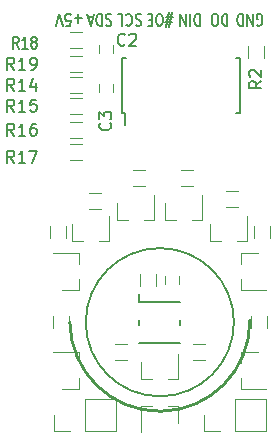
<source format=gto>
G04 #@! TF.GenerationSoftware,KiCad,Pcbnew,(5.0.2)-1*
G04 #@! TF.CreationDate,2018-12-23T15:21:20+09:00*
G04 #@! TF.ProjectId,Nixie_Module_IN-14,4e697869-655f-44d6-9f64-756c655f494e,rev?*
G04 #@! TF.SameCoordinates,Original*
G04 #@! TF.FileFunction,Legend,Top*
G04 #@! TF.FilePolarity,Positive*
%FSLAX46Y46*%
G04 Gerber Fmt 4.6, Leading zero omitted, Abs format (unit mm)*
G04 Created by KiCad (PCBNEW (5.0.2)-1) date 2018/12/23 15:21:20*
%MOMM*%
%LPD*%
G01*
G04 APERTURE LIST*
%ADD10C,0.180000*%
%ADD11C,0.120000*%
%ADD12C,0.127000*%
%ADD13C,0.254000*%
%ADD14C,0.150000*%
G04 APERTURE END LIST*
D10*
X87477523Y-67048000D02*
X87553714Y-67095619D01*
X87668000Y-67095619D01*
X87782285Y-67048000D01*
X87858476Y-66952761D01*
X87896571Y-66857523D01*
X87934666Y-66667047D01*
X87934666Y-66524190D01*
X87896571Y-66333714D01*
X87858476Y-66238476D01*
X87782285Y-66143238D01*
X87668000Y-66095619D01*
X87591809Y-66095619D01*
X87477523Y-66143238D01*
X87439428Y-66190857D01*
X87439428Y-66524190D01*
X87591809Y-66524190D01*
X87096571Y-66095619D02*
X87096571Y-67095619D01*
X86639428Y-66095619D01*
X86639428Y-67095619D01*
X86258476Y-66095619D02*
X86258476Y-67095619D01*
X86068000Y-67095619D01*
X85953714Y-67048000D01*
X85877523Y-66952761D01*
X85839428Y-66857523D01*
X85801333Y-66667047D01*
X85801333Y-66524190D01*
X85839428Y-66333714D01*
X85877523Y-66238476D01*
X85953714Y-66143238D01*
X86068000Y-66095619D01*
X86258476Y-66095619D01*
X84956571Y-66095619D02*
X84956571Y-67095619D01*
X84766095Y-67095619D01*
X84651809Y-67048000D01*
X84575619Y-66952761D01*
X84537523Y-66857523D01*
X84499428Y-66667047D01*
X84499428Y-66524190D01*
X84537523Y-66333714D01*
X84575619Y-66238476D01*
X84651809Y-66143238D01*
X84766095Y-66095619D01*
X84956571Y-66095619D01*
X84004190Y-67095619D02*
X83851809Y-67095619D01*
X83775619Y-67048000D01*
X83699428Y-66952761D01*
X83661333Y-66762285D01*
X83661333Y-66428952D01*
X83699428Y-66238476D01*
X83775619Y-66143238D01*
X83851809Y-66095619D01*
X84004190Y-66095619D01*
X84080380Y-66143238D01*
X84156571Y-66238476D01*
X84194666Y-66428952D01*
X84194666Y-66762285D01*
X84156571Y-66952761D01*
X84080380Y-67048000D01*
X84004190Y-67095619D01*
X82607047Y-66095619D02*
X82607047Y-67095619D01*
X82416571Y-67095619D01*
X82302285Y-67048000D01*
X82226095Y-66952761D01*
X82188000Y-66857523D01*
X82149904Y-66667047D01*
X82149904Y-66524190D01*
X82188000Y-66333714D01*
X82226095Y-66238476D01*
X82302285Y-66143238D01*
X82416571Y-66095619D01*
X82607047Y-66095619D01*
X81807047Y-66095619D02*
X81807047Y-67095619D01*
X81426095Y-66095619D02*
X81426095Y-67095619D01*
X80968952Y-66095619D01*
X80968952Y-67095619D01*
X80276571Y-66762285D02*
X79705142Y-66762285D01*
X80048000Y-67190857D02*
X80276571Y-65905142D01*
X79781333Y-66333714D02*
X80352761Y-66333714D01*
X80009904Y-65905142D02*
X79781333Y-67190857D01*
X79286095Y-67095619D02*
X79133714Y-67095619D01*
X79057523Y-67048000D01*
X78981333Y-66952761D01*
X78943238Y-66762285D01*
X78943238Y-66428952D01*
X78981333Y-66238476D01*
X79057523Y-66143238D01*
X79133714Y-66095619D01*
X79286095Y-66095619D01*
X79362285Y-66143238D01*
X79438476Y-66238476D01*
X79476571Y-66428952D01*
X79476571Y-66762285D01*
X79438476Y-66952761D01*
X79362285Y-67048000D01*
X79286095Y-67095619D01*
X78600380Y-66619428D02*
X78333714Y-66619428D01*
X78219428Y-66095619D02*
X78600380Y-66095619D01*
X78600380Y-67095619D01*
X78219428Y-67095619D01*
X77660380Y-66143238D02*
X77546095Y-66095619D01*
X77355619Y-66095619D01*
X77279428Y-66143238D01*
X77241333Y-66190857D01*
X77203238Y-66286095D01*
X77203238Y-66381333D01*
X77241333Y-66476571D01*
X77279428Y-66524190D01*
X77355619Y-66571809D01*
X77508000Y-66619428D01*
X77584190Y-66667047D01*
X77622285Y-66714666D01*
X77660380Y-66809904D01*
X77660380Y-66905142D01*
X77622285Y-67000380D01*
X77584190Y-67048000D01*
X77508000Y-67095619D01*
X77317523Y-67095619D01*
X77203238Y-67048000D01*
X76403238Y-66190857D02*
X76441333Y-66143238D01*
X76555619Y-66095619D01*
X76631809Y-66095619D01*
X76746095Y-66143238D01*
X76822285Y-66238476D01*
X76860380Y-66333714D01*
X76898476Y-66524190D01*
X76898476Y-66667047D01*
X76860380Y-66857523D01*
X76822285Y-66952761D01*
X76746095Y-67048000D01*
X76631809Y-67095619D01*
X76555619Y-67095619D01*
X76441333Y-67048000D01*
X76403238Y-67000380D01*
X75679428Y-66095619D02*
X76060380Y-66095619D01*
X76060380Y-67095619D01*
X75139428Y-66143238D02*
X75025142Y-66095619D01*
X74834666Y-66095619D01*
X74758476Y-66143238D01*
X74720380Y-66190857D01*
X74682285Y-66286095D01*
X74682285Y-66381333D01*
X74720380Y-66476571D01*
X74758476Y-66524190D01*
X74834666Y-66571809D01*
X74987047Y-66619428D01*
X75063238Y-66667047D01*
X75101333Y-66714666D01*
X75139428Y-66809904D01*
X75139428Y-66905142D01*
X75101333Y-67000380D01*
X75063238Y-67048000D01*
X74987047Y-67095619D01*
X74796571Y-67095619D01*
X74682285Y-67048000D01*
X74339428Y-66095619D02*
X74339428Y-67095619D01*
X74148952Y-67095619D01*
X74034666Y-67048000D01*
X73958476Y-66952761D01*
X73920380Y-66857523D01*
X73882285Y-66667047D01*
X73882285Y-66524190D01*
X73920380Y-66333714D01*
X73958476Y-66238476D01*
X74034666Y-66143238D01*
X74148952Y-66095619D01*
X74339428Y-66095619D01*
X73577523Y-66381333D02*
X73196571Y-66381333D01*
X73653714Y-66095619D02*
X73387047Y-67095619D01*
X73120380Y-66095619D01*
X72656571Y-66476571D02*
X72047047Y-66476571D01*
X72351809Y-66095619D02*
X72351809Y-66857523D01*
X71285142Y-67095619D02*
X71666095Y-67095619D01*
X71704190Y-66619428D01*
X71666095Y-66667047D01*
X71589904Y-66714666D01*
X71399428Y-66714666D01*
X71323238Y-66667047D01*
X71285142Y-66619428D01*
X71247047Y-66524190D01*
X71247047Y-66286095D01*
X71285142Y-66190857D01*
X71323238Y-66143238D01*
X71399428Y-66095619D01*
X71589904Y-66095619D01*
X71666095Y-66143238D01*
X71704190Y-66190857D01*
X71018476Y-67095619D02*
X70751809Y-66095619D01*
X70485142Y-67095619D01*
D11*
G04 #@! TO.C,Q1*
X79700000Y-83564000D02*
X80630000Y-83564000D01*
X82860000Y-83564000D02*
X81930000Y-83564000D01*
X82860000Y-83564000D02*
X82860000Y-81404000D01*
X79700000Y-83564000D02*
X79700000Y-82104000D01*
D12*
G04 #@! TO.C,N1*
X85519811Y-92202000D02*
G75*
G03X85519811Y-92202000I-6271811J0D01*
G01*
D13*
X71628149Y-92215299D02*
G75*
G03X86868000Y-92044520I7619851J92039D01*
G01*
D11*
G04 #@! TO.C,Q7*
X86108000Y-94686000D02*
X86108000Y-95616000D01*
X86108000Y-97846000D02*
X86108000Y-96916000D01*
X86108000Y-97846000D02*
X88268000Y-97846000D01*
X86108000Y-94686000D02*
X87568000Y-94686000D01*
G04 #@! TO.C,Q2*
X77668000Y-97026000D02*
X78598000Y-97026000D01*
X80828000Y-97026000D02*
X79898000Y-97026000D01*
X80828000Y-97026000D02*
X80828000Y-94866000D01*
X77668000Y-97026000D02*
X77668000Y-95566000D01*
G04 #@! TO.C,Q3*
X83510000Y-85342000D02*
X84440000Y-85342000D01*
X86670000Y-85342000D02*
X85740000Y-85342000D01*
X86670000Y-85342000D02*
X86670000Y-83182000D01*
X83510000Y-85342000D02*
X83510000Y-83882000D01*
G04 #@! TO.C,Q4*
X72388000Y-97846000D02*
X72388000Y-96916000D01*
X72388000Y-94686000D02*
X72388000Y-95616000D01*
X72388000Y-94686000D02*
X70228000Y-94686000D01*
X72388000Y-97846000D02*
X70928000Y-97846000D01*
G04 #@! TO.C,Q5*
X86108000Y-86304000D02*
X86108000Y-87234000D01*
X86108000Y-89464000D02*
X86108000Y-88534000D01*
X86108000Y-89464000D02*
X88268000Y-89464000D01*
X86108000Y-86304000D02*
X87568000Y-86304000D01*
G04 #@! TO.C,Q6*
X72388000Y-89464000D02*
X72388000Y-88534000D01*
X72388000Y-86304000D02*
X72388000Y-87234000D01*
X72388000Y-86304000D02*
X70228000Y-86304000D01*
X72388000Y-89464000D02*
X70928000Y-89464000D01*
G04 #@! TO.C,Q8*
X71826000Y-85342000D02*
X72756000Y-85342000D01*
X74986000Y-85342000D02*
X74056000Y-85342000D01*
X74986000Y-85342000D02*
X74986000Y-83182000D01*
X71826000Y-85342000D02*
X71826000Y-83882000D01*
G04 #@! TO.C,Q9*
X80828000Y-99316000D02*
X79898000Y-99316000D01*
X77668000Y-99316000D02*
X78598000Y-99316000D01*
X77668000Y-99316000D02*
X77668000Y-101476000D01*
X80828000Y-99316000D02*
X80828000Y-100776000D01*
G04 #@! TO.C,Q10*
X75636000Y-83564000D02*
X76566000Y-83564000D01*
X78796000Y-83564000D02*
X77866000Y-83564000D01*
X78796000Y-83564000D02*
X78796000Y-81404000D01*
X75636000Y-83564000D02*
X75636000Y-82104000D01*
G04 #@! TO.C,J3*
X88198000Y-101406000D02*
X88198000Y-98746000D01*
X85598000Y-101406000D02*
X88198000Y-101406000D01*
X85598000Y-98746000D02*
X88198000Y-98746000D01*
X85598000Y-101406000D02*
X85598000Y-98746000D01*
X84328000Y-101406000D02*
X82998000Y-101406000D01*
X82998000Y-101406000D02*
X82998000Y-100076000D01*
G04 #@! TO.C,J4*
X75498000Y-101406000D02*
X75498000Y-98746000D01*
X72898000Y-101406000D02*
X75498000Y-101406000D01*
X72898000Y-98746000D02*
X75498000Y-98746000D01*
X72898000Y-101406000D02*
X72898000Y-98746000D01*
X71628000Y-101406000D02*
X70298000Y-101406000D01*
X70298000Y-101406000D02*
X70298000Y-100076000D01*
G04 #@! TO.C,C1*
X79664000Y-88996000D02*
X79664000Y-88296000D01*
X80864000Y-88296000D02*
X80864000Y-88996000D01*
G04 #@! TO.C,C2*
X75276000Y-68738000D02*
X75276000Y-69438000D01*
X74076000Y-69438000D02*
X74076000Y-68738000D01*
G04 #@! TO.C,C3*
X75276000Y-72040000D02*
X75276000Y-72740000D01*
X74076000Y-72740000D02*
X74076000Y-72040000D01*
G04 #@! TO.C,R1*
X77552000Y-89146000D02*
X77552000Y-88146000D01*
X78912000Y-88146000D02*
X78912000Y-89146000D01*
G04 #@! TO.C,R2*
X86696000Y-69842000D02*
X86696000Y-68842000D01*
X88056000Y-68842000D02*
X88056000Y-69842000D01*
G04 #@! TO.C,R3*
X81034000Y-79330000D02*
X82034000Y-79330000D01*
X82034000Y-80690000D02*
X81034000Y-80690000D01*
G04 #@! TO.C,R4*
X83050000Y-95422000D02*
X82050000Y-95422000D01*
X82050000Y-94062000D02*
X83050000Y-94062000D01*
G04 #@! TO.C,R5*
X85844000Y-82468000D02*
X84844000Y-82468000D01*
X84844000Y-81108000D02*
X85844000Y-81108000D01*
G04 #@! TO.C,R6*
X70186000Y-92702000D02*
X70186000Y-91702000D01*
X71546000Y-91702000D02*
X71546000Y-92702000D01*
G04 #@! TO.C,R7*
X88564000Y-84082000D02*
X88564000Y-85082000D01*
X87204000Y-85082000D02*
X87204000Y-84082000D01*
G04 #@! TO.C,R8*
X71292000Y-84082000D02*
X71292000Y-85082000D01*
X69932000Y-85082000D02*
X69932000Y-84082000D01*
G04 #@! TO.C,R9*
X86950000Y-92702000D02*
X86950000Y-91702000D01*
X88310000Y-91702000D02*
X88310000Y-92702000D01*
G04 #@! TO.C,R10*
X74287000Y-82595000D02*
X73287000Y-82595000D01*
X73287000Y-81235000D02*
X74287000Y-81235000D01*
G04 #@! TO.C,R11*
X75446000Y-94062000D02*
X76446000Y-94062000D01*
X76446000Y-95422000D02*
X75446000Y-95422000D01*
G04 #@! TO.C,R12*
X76970000Y-79330000D02*
X77970000Y-79330000D01*
X77970000Y-80690000D02*
X76970000Y-80690000D01*
G04 #@! TO.C,R14*
X72636000Y-72816000D02*
X71636000Y-72816000D01*
X71636000Y-71456000D02*
X72636000Y-71456000D01*
G04 #@! TO.C,R15*
X71636000Y-73234000D02*
X72636000Y-73234000D01*
X72636000Y-74594000D02*
X71636000Y-74594000D01*
G04 #@! TO.C,R16*
X72636000Y-76626000D02*
X71636000Y-76626000D01*
X71636000Y-75266000D02*
X72636000Y-75266000D01*
G04 #@! TO.C,R17*
X71636000Y-77094800D02*
X72636000Y-77094800D01*
X72636000Y-78454800D02*
X71636000Y-78454800D01*
G04 #@! TO.C,R18*
X71636000Y-67646000D02*
X72636000Y-67646000D01*
X72636000Y-69006000D02*
X71636000Y-69006000D01*
G04 #@! TO.C,R19*
X72636000Y-71038000D02*
X71636000Y-71038000D01*
X71636000Y-69678000D02*
X72636000Y-69678000D01*
D14*
G04 #@! TO.C,U3*
X76051000Y-74461000D02*
X76276000Y-74461000D01*
X76051000Y-69811000D02*
X76376000Y-69811000D01*
X86001000Y-69811000D02*
X85676000Y-69811000D01*
X86001000Y-74461000D02*
X85676000Y-74461000D01*
X76051000Y-74461000D02*
X76051000Y-69811000D01*
X86001000Y-74461000D02*
X86001000Y-69811000D01*
X76276000Y-74461000D02*
X76276000Y-75536000D01*
G04 #@! TO.C,U1*
X77448000Y-90502000D02*
X77448000Y-89802000D01*
X77448000Y-94002000D02*
X80948000Y-94002000D01*
X80948000Y-92002000D02*
X80948000Y-92402000D01*
X77448000Y-92002000D02*
X77448000Y-92402000D01*
X77448000Y-90502000D02*
X80948000Y-90502000D01*
G04 #@! TO.C,C2*
X76287333Y-68683142D02*
X76239714Y-68730761D01*
X76096857Y-68778380D01*
X76001619Y-68778380D01*
X75858761Y-68730761D01*
X75763523Y-68635523D01*
X75715904Y-68540285D01*
X75668285Y-68349809D01*
X75668285Y-68206952D01*
X75715904Y-68016476D01*
X75763523Y-67921238D01*
X75858761Y-67826000D01*
X76001619Y-67778380D01*
X76096857Y-67778380D01*
X76239714Y-67826000D01*
X76287333Y-67873619D01*
X76668285Y-67873619D02*
X76715904Y-67826000D01*
X76811142Y-67778380D01*
X77049238Y-67778380D01*
X77144476Y-67826000D01*
X77192095Y-67873619D01*
X77239714Y-67968857D01*
X77239714Y-68064095D01*
X77192095Y-68206952D01*
X76620666Y-68778380D01*
X77239714Y-68778380D01*
G04 #@! TO.C,C3*
X75033142Y-75350666D02*
X75080761Y-75398285D01*
X75128380Y-75541142D01*
X75128380Y-75636380D01*
X75080761Y-75779238D01*
X74985523Y-75874476D01*
X74890285Y-75922095D01*
X74699809Y-75969714D01*
X74556952Y-75969714D01*
X74366476Y-75922095D01*
X74271238Y-75874476D01*
X74176000Y-75779238D01*
X74128380Y-75636380D01*
X74128380Y-75541142D01*
X74176000Y-75398285D01*
X74223619Y-75350666D01*
X74128380Y-75017333D02*
X74128380Y-74398285D01*
X74509333Y-74731619D01*
X74509333Y-74588761D01*
X74556952Y-74493523D01*
X74604571Y-74445904D01*
X74699809Y-74398285D01*
X74937904Y-74398285D01*
X75033142Y-74445904D01*
X75080761Y-74493523D01*
X75128380Y-74588761D01*
X75128380Y-74874476D01*
X75080761Y-74969714D01*
X75033142Y-75017333D01*
G04 #@! TO.C,R2*
X87828380Y-71794666D02*
X87352190Y-72128000D01*
X87828380Y-72366095D02*
X86828380Y-72366095D01*
X86828380Y-71985142D01*
X86876000Y-71889904D01*
X86923619Y-71842285D01*
X87018857Y-71794666D01*
X87161714Y-71794666D01*
X87256952Y-71842285D01*
X87304571Y-71889904D01*
X87352190Y-71985142D01*
X87352190Y-72366095D01*
X86923619Y-71413714D02*
X86876000Y-71366095D01*
X86828380Y-71270857D01*
X86828380Y-71032761D01*
X86876000Y-70937523D01*
X86923619Y-70889904D01*
X87018857Y-70842285D01*
X87114095Y-70842285D01*
X87256952Y-70889904D01*
X87828380Y-71461333D01*
X87828380Y-70842285D01*
G04 #@! TO.C,R14*
X66921142Y-72588380D02*
X66587809Y-72112190D01*
X66349714Y-72588380D02*
X66349714Y-71588380D01*
X66730666Y-71588380D01*
X66825904Y-71636000D01*
X66873523Y-71683619D01*
X66921142Y-71778857D01*
X66921142Y-71921714D01*
X66873523Y-72016952D01*
X66825904Y-72064571D01*
X66730666Y-72112190D01*
X66349714Y-72112190D01*
X67873523Y-72588380D02*
X67302095Y-72588380D01*
X67587809Y-72588380D02*
X67587809Y-71588380D01*
X67492571Y-71731238D01*
X67397333Y-71826476D01*
X67302095Y-71874095D01*
X68730666Y-71921714D02*
X68730666Y-72588380D01*
X68492571Y-71540761D02*
X68254476Y-72255047D01*
X68873523Y-72255047D01*
G04 #@! TO.C,R15*
X66921142Y-74366380D02*
X66587809Y-73890190D01*
X66349714Y-74366380D02*
X66349714Y-73366380D01*
X66730666Y-73366380D01*
X66825904Y-73414000D01*
X66873523Y-73461619D01*
X66921142Y-73556857D01*
X66921142Y-73699714D01*
X66873523Y-73794952D01*
X66825904Y-73842571D01*
X66730666Y-73890190D01*
X66349714Y-73890190D01*
X67873523Y-74366380D02*
X67302095Y-74366380D01*
X67587809Y-74366380D02*
X67587809Y-73366380D01*
X67492571Y-73509238D01*
X67397333Y-73604476D01*
X67302095Y-73652095D01*
X68778285Y-73366380D02*
X68302095Y-73366380D01*
X68254476Y-73842571D01*
X68302095Y-73794952D01*
X68397333Y-73747333D01*
X68635428Y-73747333D01*
X68730666Y-73794952D01*
X68778285Y-73842571D01*
X68825904Y-73937809D01*
X68825904Y-74175904D01*
X68778285Y-74271142D01*
X68730666Y-74318761D01*
X68635428Y-74366380D01*
X68397333Y-74366380D01*
X68302095Y-74318761D01*
X68254476Y-74271142D01*
G04 #@! TO.C,R16*
X66921142Y-76398380D02*
X66587809Y-75922190D01*
X66349714Y-76398380D02*
X66349714Y-75398380D01*
X66730666Y-75398380D01*
X66825904Y-75446000D01*
X66873523Y-75493619D01*
X66921142Y-75588857D01*
X66921142Y-75731714D01*
X66873523Y-75826952D01*
X66825904Y-75874571D01*
X66730666Y-75922190D01*
X66349714Y-75922190D01*
X67873523Y-76398380D02*
X67302095Y-76398380D01*
X67587809Y-76398380D02*
X67587809Y-75398380D01*
X67492571Y-75541238D01*
X67397333Y-75636476D01*
X67302095Y-75684095D01*
X68730666Y-75398380D02*
X68540190Y-75398380D01*
X68444952Y-75446000D01*
X68397333Y-75493619D01*
X68302095Y-75636476D01*
X68254476Y-75826952D01*
X68254476Y-76207904D01*
X68302095Y-76303142D01*
X68349714Y-76350761D01*
X68444952Y-76398380D01*
X68635428Y-76398380D01*
X68730666Y-76350761D01*
X68778285Y-76303142D01*
X68825904Y-76207904D01*
X68825904Y-75969809D01*
X68778285Y-75874571D01*
X68730666Y-75826952D01*
X68635428Y-75779333D01*
X68444952Y-75779333D01*
X68349714Y-75826952D01*
X68302095Y-75874571D01*
X68254476Y-75969809D01*
G04 #@! TO.C,R17*
X66921142Y-78684380D02*
X66587809Y-78208190D01*
X66349714Y-78684380D02*
X66349714Y-77684380D01*
X66730666Y-77684380D01*
X66825904Y-77732000D01*
X66873523Y-77779619D01*
X66921142Y-77874857D01*
X66921142Y-78017714D01*
X66873523Y-78112952D01*
X66825904Y-78160571D01*
X66730666Y-78208190D01*
X66349714Y-78208190D01*
X67873523Y-78684380D02*
X67302095Y-78684380D01*
X67587809Y-78684380D02*
X67587809Y-77684380D01*
X67492571Y-77827238D01*
X67397333Y-77922476D01*
X67302095Y-77970095D01*
X68206857Y-77684380D02*
X68873523Y-77684380D01*
X68444952Y-78684380D01*
G04 #@! TO.C,R18*
X67303714Y-69032380D02*
X67037047Y-68556190D01*
X66846571Y-69032380D02*
X66846571Y-68032380D01*
X67151333Y-68032380D01*
X67227523Y-68080000D01*
X67265619Y-68127619D01*
X67303714Y-68222857D01*
X67303714Y-68365714D01*
X67265619Y-68460952D01*
X67227523Y-68508571D01*
X67151333Y-68556190D01*
X66846571Y-68556190D01*
X68065619Y-69032380D02*
X67608476Y-69032380D01*
X67837047Y-69032380D02*
X67837047Y-68032380D01*
X67760857Y-68175238D01*
X67684666Y-68270476D01*
X67608476Y-68318095D01*
X68522761Y-68460952D02*
X68446571Y-68413333D01*
X68408476Y-68365714D01*
X68370380Y-68270476D01*
X68370380Y-68222857D01*
X68408476Y-68127619D01*
X68446571Y-68080000D01*
X68522761Y-68032380D01*
X68675142Y-68032380D01*
X68751333Y-68080000D01*
X68789428Y-68127619D01*
X68827523Y-68222857D01*
X68827523Y-68270476D01*
X68789428Y-68365714D01*
X68751333Y-68413333D01*
X68675142Y-68460952D01*
X68522761Y-68460952D01*
X68446571Y-68508571D01*
X68408476Y-68556190D01*
X68370380Y-68651428D01*
X68370380Y-68841904D01*
X68408476Y-68937142D01*
X68446571Y-68984761D01*
X68522761Y-69032380D01*
X68675142Y-69032380D01*
X68751333Y-68984761D01*
X68789428Y-68937142D01*
X68827523Y-68841904D01*
X68827523Y-68651428D01*
X68789428Y-68556190D01*
X68751333Y-68508571D01*
X68675142Y-68460952D01*
G04 #@! TO.C,R19*
X66921142Y-70810380D02*
X66587809Y-70334190D01*
X66349714Y-70810380D02*
X66349714Y-69810380D01*
X66730666Y-69810380D01*
X66825904Y-69858000D01*
X66873523Y-69905619D01*
X66921142Y-70000857D01*
X66921142Y-70143714D01*
X66873523Y-70238952D01*
X66825904Y-70286571D01*
X66730666Y-70334190D01*
X66349714Y-70334190D01*
X67873523Y-70810380D02*
X67302095Y-70810380D01*
X67587809Y-70810380D02*
X67587809Y-69810380D01*
X67492571Y-69953238D01*
X67397333Y-70048476D01*
X67302095Y-70096095D01*
X68349714Y-70810380D02*
X68540190Y-70810380D01*
X68635428Y-70762761D01*
X68683047Y-70715142D01*
X68778285Y-70572285D01*
X68825904Y-70381809D01*
X68825904Y-70000857D01*
X68778285Y-69905619D01*
X68730666Y-69858000D01*
X68635428Y-69810380D01*
X68444952Y-69810380D01*
X68349714Y-69858000D01*
X68302095Y-69905619D01*
X68254476Y-70000857D01*
X68254476Y-70238952D01*
X68302095Y-70334190D01*
X68349714Y-70381809D01*
X68444952Y-70429428D01*
X68635428Y-70429428D01*
X68730666Y-70381809D01*
X68778285Y-70334190D01*
X68825904Y-70238952D01*
G04 #@! TD*
M02*

</source>
